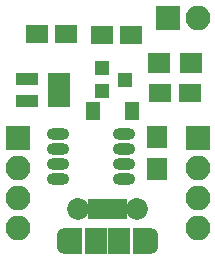
<source format=gbr>
G04 #@! TF.FileFunction,Soldermask,Top*
%FSLAX46Y46*%
G04 Gerber Fmt 4.6, Leading zero omitted, Abs format (unit mm)*
G04 Created by KiCad (PCBNEW 4.0.7) date 07/05/18 14:51:19*
%MOMM*%
%LPD*%
G01*
G04 APERTURE LIST*
%ADD10C,0.100000*%
%ADD11R,1.900000X2.300000*%
%ADD12C,1.850000*%
%ADD13R,0.800000X1.750000*%
%ADD14O,1.600000X2.300000*%
%ADD15R,1.600000X2.300000*%
%ADD16R,1.960000X1.050000*%
%ADD17R,1.300000X1.200000*%
%ADD18R,1.900000X1.650000*%
%ADD19R,2.100000X2.100000*%
%ADD20O,2.100000X2.100000*%
%ADD21R,1.900000X1.700000*%
%ADD22R,1.700000X1.900000*%
%ADD23O,1.873200X1.009600*%
%ADD24R,1.300000X1.600000*%
G04 APERTURE END LIST*
D10*
D11*
X110220000Y-153512000D03*
D12*
X106720000Y-150812000D03*
D13*
X108570000Y-150812000D03*
X107920000Y-150812000D03*
X110520000Y-150812000D03*
X109870000Y-150812000D03*
X109220000Y-150812000D03*
D12*
X111720000Y-150812000D03*
D11*
X108220000Y-153512000D03*
D14*
X105720000Y-153512000D03*
X112720000Y-153512000D03*
D15*
X112120000Y-153512000D03*
X106320000Y-153512000D03*
D16*
X105109000Y-141666000D03*
X105109000Y-140716000D03*
X105109000Y-139766000D03*
X102409000Y-139766000D03*
X102409000Y-141666000D03*
D17*
X108728000Y-138877000D03*
X108728000Y-140777000D03*
X110728000Y-139827000D03*
D18*
X103245600Y-135991600D03*
X105745600Y-135991600D03*
X111232000Y-136017000D03*
X108732000Y-136017000D03*
D19*
X114300000Y-134620000D03*
D20*
X116840000Y-134620000D03*
D21*
X113585000Y-138430000D03*
X116285000Y-138430000D03*
D22*
X113411000Y-144700000D03*
X113411000Y-147400000D03*
D18*
X113685000Y-140970000D03*
X116185000Y-140970000D03*
D23*
X110617000Y-148209000D03*
X110617000Y-146939000D03*
X110617000Y-145669000D03*
X110617000Y-144399000D03*
X105029000Y-144399000D03*
X105029000Y-145669000D03*
X105029000Y-146939000D03*
X105029000Y-148209000D03*
D24*
X107951000Y-142494000D03*
X111251000Y-142494000D03*
D19*
X116840000Y-144780000D03*
D20*
X116840000Y-147320000D03*
X116840000Y-149860000D03*
X116840000Y-152400000D03*
D19*
X101600000Y-144780000D03*
D20*
X101600000Y-147320000D03*
X101600000Y-149860000D03*
X101600000Y-152400000D03*
M02*

</source>
